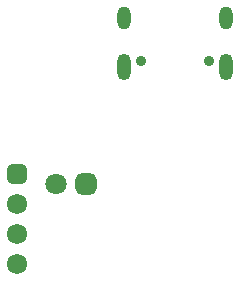
<source format=gbr>
%TF.GenerationSoftware,Altium Limited,Altium Designer,24.6.1 (21)*%
G04 Layer_Color=16711935*
%FSLAX45Y45*%
%MOMM*%
%TF.SameCoordinates,C73725EF-E552-4689-BE2B-43CAEE6025B1*%
%TF.FilePolarity,Negative*%
%TF.FileFunction,Soldermask,Bot*%
%TF.Part,Single*%
G01*
G75*
%TA.AperFunction,ComponentPad*%
%ADD66C,1.72000*%
G04:AMPARAMS|DCode=67|XSize=1.72mm|YSize=1.72mm|CornerRadius=0.48mm|HoleSize=0mm|Usage=FLASHONLY|Rotation=270.000|XOffset=0mm|YOffset=0mm|HoleType=Round|Shape=RoundedRectangle|*
%AMROUNDEDRECTD67*
21,1,1.72000,0.76000,0,0,270.0*
21,1,0.76000,1.72000,0,0,270.0*
1,1,0.96000,-0.38000,-0.38000*
1,1,0.96000,-0.38000,0.38000*
1,1,0.96000,0.38000,0.38000*
1,1,0.96000,0.38000,-0.38000*
%
%ADD67ROUNDEDRECTD67*%
G04:AMPARAMS|DCode=68|XSize=1.8mm|YSize=1.8mm|CornerRadius=0.5mm|HoleSize=0mm|Usage=FLASHONLY|Rotation=180.000|XOffset=0mm|YOffset=0mm|HoleType=Round|Shape=RoundedRectangle|*
%AMROUNDEDRECTD68*
21,1,1.80000,0.80000,0,0,180.0*
21,1,0.80000,1.80000,0,0,180.0*
1,1,1.00000,-0.40000,0.40000*
1,1,1.00000,0.40000,0.40000*
1,1,1.00000,0.40000,-0.40000*
1,1,1.00000,-0.40000,-0.40000*
%
%ADD68ROUNDEDRECTD68*%
%ADD69C,1.80000*%
%ADD70O,1.15000X2.25000*%
%ADD71O,1.15000X1.95000*%
%ADD72C,0.90000*%
D66*
X13520000Y8306999D02*
D03*
Y8052999D02*
D03*
Y7798999D02*
D03*
D67*
Y8560999D02*
D03*
D68*
X14107001Y8480000D02*
D03*
D69*
X13853000D02*
D03*
D70*
X14428000Y9465000D02*
D03*
X15292000D02*
D03*
D71*
X14428000Y9880000D02*
D03*
X15292000D02*
D03*
D72*
X14571001Y9515000D02*
D03*
X15149001D02*
D03*
%TF.MD5,5350c6e2449a29247ccdf4ab8a18ab02*%
M02*

</source>
